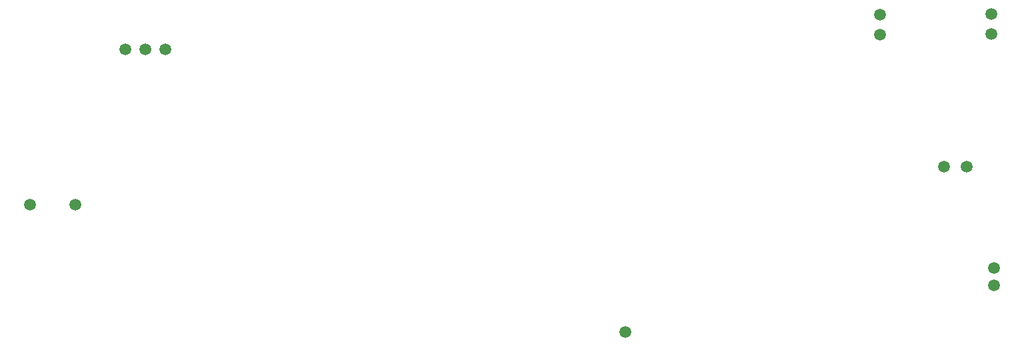
<source format=gbr>
G04 DipTrace 2.4.0.2*
%INBottomPaste.gbr*%
%MOIN*%
%ADD50C,0.0591*%
%FSLAX44Y44*%
G04*
G70*
G90*
G75*
G01*
%LNBotPaste*%
%LPD*%
D50*
X7750Y16250D3*
X8750D3*
X9750D3*
X51187Y5312D3*
X45500Y17000D3*
Y18000D3*
X51187Y4437D3*
X51068Y17002D3*
Y18002D3*
X48687Y10375D3*
X49812D3*
X3000Y8500D3*
X5250D3*
X32750Y2125D3*
M02*

</source>
